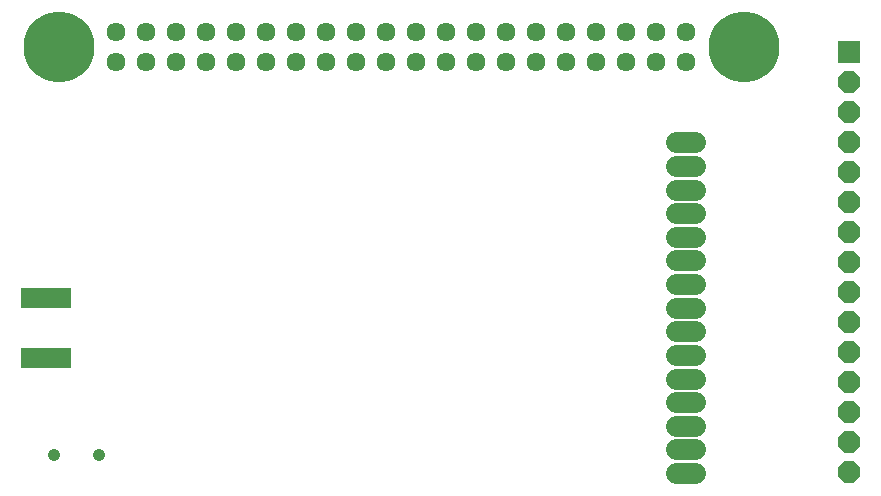
<source format=gbs>
G75*
%MOIN*%
%OFA0B0*%
%FSLAX25Y25*%
%IPPOS*%
%LPD*%
%AMOC8*
5,1,8,0,0,1.08239X$1,22.5*
%
%ADD10C,0.06350*%
%ADD11R,0.07200X0.07200*%
%ADD12OC8,0.07200*%
%ADD13R,0.16800X0.06800*%
%ADD14C,0.04146*%
%ADD15C,0.07137*%
%ADD16C,0.23635*%
D10*
X0069028Y0160835D03*
X0079028Y0160835D03*
X0089028Y0160835D03*
X0099028Y0160835D03*
X0109028Y0160835D03*
X0119028Y0160835D03*
X0129028Y0160835D03*
X0139028Y0160835D03*
X0149028Y0160835D03*
X0159028Y0160835D03*
X0169028Y0160835D03*
X0179028Y0160835D03*
X0189028Y0160835D03*
X0199028Y0160835D03*
X0209028Y0160835D03*
X0219028Y0160835D03*
X0229028Y0160835D03*
X0239028Y0160835D03*
X0249028Y0160835D03*
X0259028Y0160835D03*
X0259028Y0170835D03*
X0249028Y0170835D03*
X0239028Y0170835D03*
X0229028Y0170835D03*
X0219028Y0170835D03*
X0209028Y0170835D03*
X0199028Y0170835D03*
X0189028Y0170835D03*
X0179028Y0170835D03*
X0169028Y0170835D03*
X0159028Y0170835D03*
X0149028Y0170835D03*
X0139028Y0170835D03*
X0129028Y0170835D03*
X0119028Y0170835D03*
X0109028Y0170835D03*
X0099028Y0170835D03*
X0089028Y0170835D03*
X0079028Y0170835D03*
X0069028Y0170835D03*
D11*
X0313201Y0164142D03*
D12*
X0313201Y0154142D03*
X0313201Y0144142D03*
X0313201Y0134142D03*
X0313201Y0124142D03*
X0313201Y0114142D03*
X0313201Y0104142D03*
X0313201Y0094142D03*
X0313201Y0084142D03*
X0313201Y0074142D03*
X0313201Y0064142D03*
X0313201Y0054142D03*
X0313201Y0044142D03*
X0313201Y0034142D03*
X0313201Y0024142D03*
D13*
X0045650Y0062213D03*
X0045650Y0082213D03*
D14*
X0048280Y0030008D03*
X0063241Y0030008D03*
D15*
X0255741Y0031819D02*
X0262078Y0031819D01*
X0262078Y0039693D02*
X0255741Y0039693D01*
X0255741Y0047567D02*
X0262078Y0047567D01*
X0262078Y0055441D02*
X0255741Y0055441D01*
X0255741Y0063315D02*
X0262078Y0063315D01*
X0262078Y0071189D02*
X0255741Y0071189D01*
X0255741Y0079063D02*
X0262078Y0079063D01*
X0262078Y0086937D02*
X0255741Y0086937D01*
X0255741Y0094811D02*
X0262078Y0094811D01*
X0262078Y0102685D02*
X0255741Y0102685D01*
X0255741Y0110559D02*
X0262078Y0110559D01*
X0262078Y0118433D02*
X0255741Y0118433D01*
X0255741Y0126307D02*
X0262078Y0126307D01*
X0262078Y0134181D02*
X0255741Y0134181D01*
X0255741Y0023945D02*
X0262078Y0023945D01*
D16*
X0278201Y0165835D03*
X0049855Y0165835D03*
M02*

</source>
